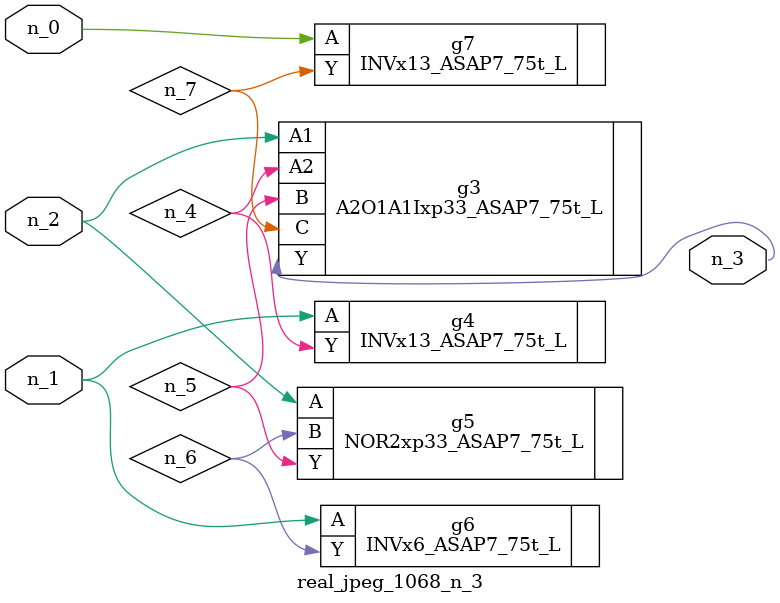
<source format=v>
module real_jpeg_1068_n_3 (n_1, n_0, n_2, n_3);

input n_1;
input n_0;
input n_2;

output n_3;

wire n_5;
wire n_4;
wire n_6;
wire n_7;

INVx13_ASAP7_75t_L g7 ( 
.A(n_0),
.Y(n_7)
);

INVx13_ASAP7_75t_L g4 ( 
.A(n_1),
.Y(n_4)
);

INVx6_ASAP7_75t_L g6 ( 
.A(n_1),
.Y(n_6)
);

A2O1A1Ixp33_ASAP7_75t_L g3 ( 
.A1(n_2),
.A2(n_4),
.B(n_5),
.C(n_7),
.Y(n_3)
);

NOR2xp33_ASAP7_75t_L g5 ( 
.A(n_2),
.B(n_6),
.Y(n_5)
);


endmodule
</source>
